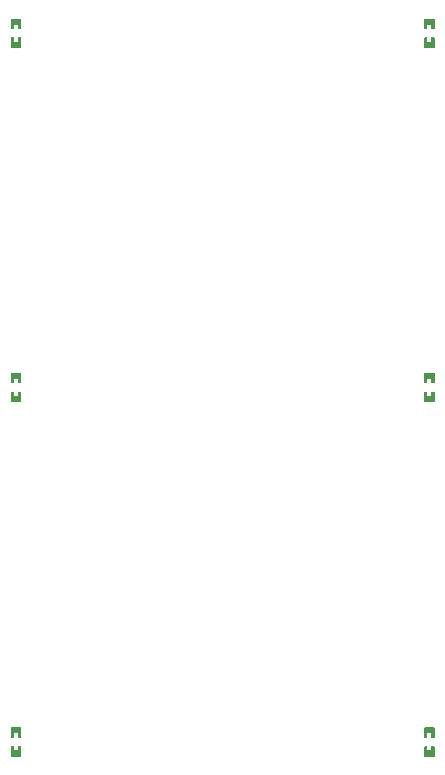
<source format=gbp>
G04 Layer: BottomPasteMaskLayer*
G04 EasyEDA Pro v2.1.64.d1969c9c.217bcf, 2025-01-15 01:44:41*
G04 Gerber Generator version 0.3*
G04 Scale: 100 percent, Rotated: No, Reflected: No*
G04 Dimensions in millimeters*
G04 Leading zeros omitted, absolute positions, 3 integers and 5 decimals*
G04 Panelize: V-CUT, Column: 2, Row: 3, Board Size: 35.001mm x 30mm, Panelized Board Size: 69.997mm x 89.992mm, Panelized Method: All Objects*
%FSLAX35Y35*%
%MOMM*%
%ADD10C,0.254*%
G75*


%SRX2Y3I34.99746J29.99746*%

G04 PolygonModel Start*
G36*
G01X907501Y-1922902D02*
G01X907501Y-1842902D01*
G01X912503Y-1837901D01*
G01X935299D01*
G01Y-1874901D01*
G01X968299D01*
G01Y-1837901D01*
G01X992502D01*
G01X997501Y-1842902D01*
G01Y-1922902D01*
G01X992502Y-1927901D01*
G01X912503D01*
G01X907501Y-1922902D01*
G37*
G36*
G01X997499Y-1683898D02*
G01X997499Y-1763898D01*
G01X992497Y-1768899D01*
G01X969701D01*
G01Y-1731899D01*
G01X936701D01*
G01Y-1768899D01*
G01X912498D01*
G01X907499Y-1763898D01*
G01Y-1683898D01*
G01X912498Y-1678899D01*
G01X992497D01*
G01X997499Y-1683898D01*
G37*
G04 PolygonModel End*

G04 Pad Start*
G04 Pad End*
%SR*%
G54D10*

M02*

</source>
